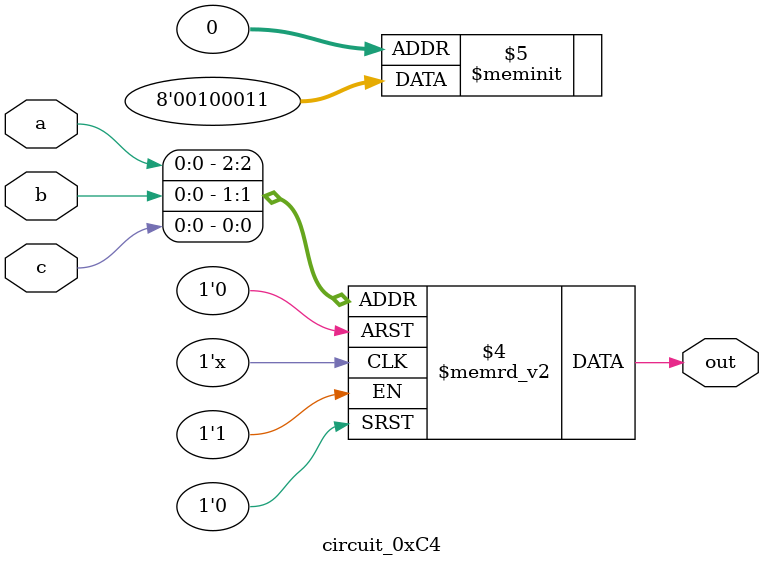
<source format=v>
/* 
 0xC4
*/
module circuit_0xC4
(
 a,
 b,
 c,
 out
 );

   input a,b,c;
   output out;

   always@(a,b,c)
	 begin
		case({a,b,c})
		  3'b000: {out} = 1'b1;
		  3'b001: {out} = 1'b1;
		  3'b010: {out} = 1'b0;
		  3'b011: {out} = 1'b0;
		  3'b100: {out} = 1'b0;
		  3'b101: {out} = 1'b1;
		  3'b110: {out} = 1'b0;
		  3'b111: {out} = 1'b0;
		endcase
	 end
 
endmodule // circuit_0xC4


</source>
